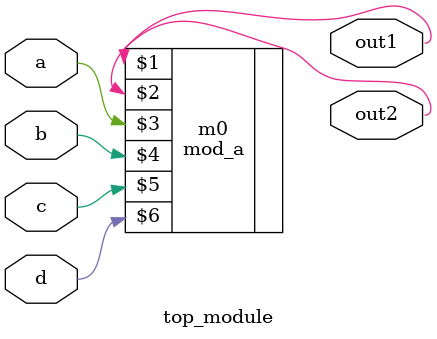
<source format=v>
module top_module ( 
    input a, 
    input b, 
    input c,
    input d,
    output out1,
    output out2
);
    mod_a m0(out1,out2,a,b,c,d);

endmodule


</source>
